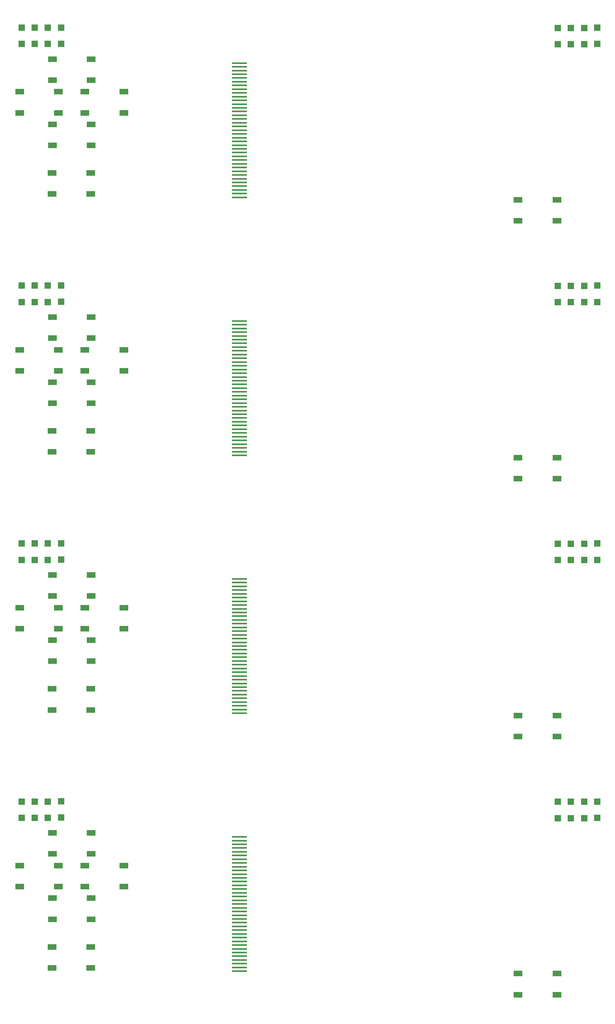
<source format=gbp>
G04*
G04 #@! TF.GenerationSoftware,Altium Limited,Altium Designer,23.1.1 (15)*
G04*
G04 Layer_Color=128*
%FSLAX25Y25*%
%MOIN*%
G70*
G04*
G04 #@! TF.SameCoordinates,62433247-A29E-43A8-B4B8-56B850690A23*
G04*
G04*
G04 #@! TF.FilePolarity,Positive*
G04*
G01*
G75*
%ADD151R,0.13099X0.01288*%
%ADD152R,0.05282X0.05282*%
G04:AMPARAMS|DCode=153|XSize=44.65mil|YSize=72.21mil|CornerRadius=0mil|HoleSize=0mil|Usage=FLASHONLY|Rotation=270.000|XOffset=0mil|YOffset=0mil|HoleType=Round|Shape=RoundedRectangle|*
%AMROUNDEDRECTD153*
21,1,0.04465,0.07221,0,0,270.0*
21,1,0.04465,0.07221,0,0,270.0*
1,1,0.00000,-0.03610,-0.02232*
1,1,0.00000,-0.03610,0.02232*
1,1,0.00000,0.03610,0.02232*
1,1,0.00000,0.03610,-0.02232*
%
%ADD153ROUNDEDRECTD153*%
D151*
X216622Y168595D02*
D03*
Y165446D02*
D03*
Y162296D02*
D03*
Y159146D02*
D03*
Y155996D02*
D03*
Y152847D02*
D03*
Y149697D02*
D03*
Y146548D02*
D03*
Y143398D02*
D03*
Y140248D02*
D03*
Y137099D02*
D03*
Y133949D02*
D03*
Y130800D02*
D03*
Y127650D02*
D03*
Y124500D02*
D03*
Y121351D02*
D03*
Y118201D02*
D03*
Y102453D02*
D03*
Y99304D02*
D03*
Y96154D02*
D03*
Y93004D02*
D03*
Y89855D02*
D03*
Y86705D02*
D03*
Y83556D02*
D03*
Y80406D02*
D03*
Y77257D02*
D03*
Y74107D02*
D03*
Y70957D02*
D03*
Y67808D02*
D03*
Y64658D02*
D03*
Y61508D02*
D03*
Y58359D02*
D03*
Y55209D02*
D03*
Y115052D02*
D03*
Y111902D02*
D03*
Y108752D02*
D03*
Y105603D02*
D03*
Y386312D02*
D03*
Y383162D02*
D03*
Y380013D02*
D03*
Y376862D02*
D03*
Y373713D02*
D03*
Y370563D02*
D03*
Y367414D02*
D03*
Y364265D02*
D03*
Y361114D02*
D03*
Y357965D02*
D03*
Y354815D02*
D03*
Y351666D02*
D03*
Y348516D02*
D03*
Y345367D02*
D03*
Y342216D02*
D03*
Y339067D02*
D03*
Y335918D02*
D03*
Y320170D02*
D03*
Y317021D02*
D03*
Y313870D02*
D03*
Y310721D02*
D03*
Y307571D02*
D03*
Y304422D02*
D03*
Y301272D02*
D03*
Y298123D02*
D03*
Y294973D02*
D03*
Y291823D02*
D03*
Y288673D02*
D03*
Y285524D02*
D03*
Y282375D02*
D03*
Y279224D02*
D03*
Y276075D02*
D03*
Y272926D02*
D03*
Y332769D02*
D03*
Y329618D02*
D03*
Y326469D02*
D03*
Y323319D02*
D03*
Y604028D02*
D03*
Y600879D02*
D03*
Y597729D02*
D03*
Y594579D02*
D03*
Y591429D02*
D03*
Y588280D02*
D03*
Y585130D02*
D03*
Y581981D02*
D03*
Y578831D02*
D03*
Y575681D02*
D03*
Y572532D02*
D03*
Y569382D02*
D03*
Y566233D02*
D03*
Y563084D02*
D03*
Y559933D02*
D03*
Y556784D02*
D03*
Y553634D02*
D03*
Y537886D02*
D03*
Y534737D02*
D03*
Y531587D02*
D03*
Y528437D02*
D03*
Y525288D02*
D03*
Y522138D02*
D03*
Y518989D02*
D03*
Y515839D02*
D03*
Y512690D02*
D03*
Y509540D02*
D03*
Y506390D02*
D03*
Y503241D02*
D03*
Y500091D02*
D03*
Y496941D02*
D03*
Y493792D02*
D03*
Y490642D02*
D03*
Y550485D02*
D03*
Y547335D02*
D03*
Y544185D02*
D03*
Y541036D02*
D03*
Y821745D02*
D03*
Y818595D02*
D03*
Y815446D02*
D03*
Y812295D02*
D03*
Y809146D02*
D03*
Y805996D02*
D03*
Y802847D02*
D03*
Y799698D02*
D03*
Y796547D02*
D03*
Y793398D02*
D03*
Y790248D02*
D03*
Y787099D02*
D03*
Y783950D02*
D03*
Y780800D02*
D03*
Y777650D02*
D03*
Y774500D02*
D03*
Y771351D02*
D03*
Y755603D02*
D03*
Y752454D02*
D03*
Y749303D02*
D03*
Y746154D02*
D03*
Y743004D02*
D03*
Y739855D02*
D03*
Y736705D02*
D03*
Y733556D02*
D03*
Y730407D02*
D03*
Y727256D02*
D03*
Y724107D02*
D03*
Y720957D02*
D03*
Y717808D02*
D03*
Y714658D02*
D03*
Y711508D02*
D03*
Y708359D02*
D03*
Y768202D02*
D03*
Y765051D02*
D03*
Y761902D02*
D03*
Y758752D02*
D03*
D152*
X485609Y184448D02*
D03*
Y198228D02*
D03*
X519006Y184645D02*
D03*
Y198425D02*
D03*
X507874Y184448D02*
D03*
Y198228D02*
D03*
X496741Y184448D02*
D03*
Y198228D02*
D03*
X65967Y184842D02*
D03*
Y198622D02*
D03*
X54835Y184645D02*
D03*
Y198425D02*
D03*
X43702Y184645D02*
D03*
Y198425D02*
D03*
X32570Y184645D02*
D03*
Y198425D02*
D03*
X485609Y402165D02*
D03*
Y415944D02*
D03*
X519006Y402362D02*
D03*
Y416141D02*
D03*
X507874Y402165D02*
D03*
Y415944D02*
D03*
X496741Y402165D02*
D03*
Y415944D02*
D03*
X65967Y402559D02*
D03*
Y416338D02*
D03*
X54835Y402362D02*
D03*
Y416141D02*
D03*
X43702Y402362D02*
D03*
Y416141D02*
D03*
X32570Y402362D02*
D03*
Y416141D02*
D03*
X485609Y619881D02*
D03*
Y633661D02*
D03*
X519006Y620078D02*
D03*
Y633858D02*
D03*
X507874Y619881D02*
D03*
Y633661D02*
D03*
X496741Y619881D02*
D03*
Y633661D02*
D03*
X65967Y620275D02*
D03*
Y634055D02*
D03*
X54835Y620078D02*
D03*
Y633858D02*
D03*
X43702Y620078D02*
D03*
Y633858D02*
D03*
X32570Y620078D02*
D03*
Y633858D02*
D03*
X485609Y837598D02*
D03*
Y851377D02*
D03*
X519006Y837795D02*
D03*
Y851574D02*
D03*
X507874Y837598D02*
D03*
Y851377D02*
D03*
X496741Y837598D02*
D03*
Y851377D02*
D03*
X65967Y837992D02*
D03*
Y851771D02*
D03*
X54835Y837795D02*
D03*
Y851574D02*
D03*
X43702Y837795D02*
D03*
Y851574D02*
D03*
X32570Y837795D02*
D03*
Y851574D02*
D03*
D153*
X91142Y75787D02*
D03*
X58268D02*
D03*
Y58071D02*
D03*
X91142D02*
D03*
X484857Y35455D02*
D03*
X451983D02*
D03*
Y53171D02*
D03*
X484857D02*
D03*
X118965Y144360D02*
D03*
X86090D02*
D03*
Y126643D02*
D03*
X118965D02*
D03*
X91405Y116801D02*
D03*
X58531D02*
D03*
Y99084D02*
D03*
X91405D02*
D03*
Y171919D02*
D03*
X58531D02*
D03*
Y154202D02*
D03*
X91405D02*
D03*
X63846Y144360D02*
D03*
X30972D02*
D03*
Y126643D02*
D03*
X63846D02*
D03*
X91142Y293504D02*
D03*
X58268D02*
D03*
Y275787D02*
D03*
X91142D02*
D03*
X484857Y253171D02*
D03*
X451983D02*
D03*
Y270888D02*
D03*
X484857D02*
D03*
X118965Y362076D02*
D03*
X86090D02*
D03*
Y344360D02*
D03*
X118965D02*
D03*
X91405Y334517D02*
D03*
X58531D02*
D03*
Y316801D02*
D03*
X91405D02*
D03*
Y389635D02*
D03*
X58531D02*
D03*
Y371919D02*
D03*
X91405D02*
D03*
X63846Y362076D02*
D03*
X30972D02*
D03*
Y344360D02*
D03*
X63846D02*
D03*
X91142Y511220D02*
D03*
X58268D02*
D03*
Y493504D02*
D03*
X91142D02*
D03*
X484857Y470888D02*
D03*
X451983D02*
D03*
Y488604D02*
D03*
X484857D02*
D03*
X118965Y579793D02*
D03*
X86090D02*
D03*
Y562076D02*
D03*
X118965D02*
D03*
X91405Y552234D02*
D03*
X58531D02*
D03*
Y534517D02*
D03*
X91405D02*
D03*
Y607352D02*
D03*
X58531D02*
D03*
Y589635D02*
D03*
X91405D02*
D03*
X63846Y579793D02*
D03*
X30972D02*
D03*
Y562076D02*
D03*
X63846D02*
D03*
X91142Y728937D02*
D03*
X58268D02*
D03*
Y711220D02*
D03*
X91142D02*
D03*
X484857Y688604D02*
D03*
X451983D02*
D03*
Y706321D02*
D03*
X484857D02*
D03*
X118965Y797509D02*
D03*
X86090D02*
D03*
Y779793D02*
D03*
X118965D02*
D03*
X91405Y769950D02*
D03*
X58531D02*
D03*
Y752234D02*
D03*
X91405D02*
D03*
Y825068D02*
D03*
X58531D02*
D03*
Y807352D02*
D03*
X91405D02*
D03*
X63846Y797509D02*
D03*
X30972D02*
D03*
Y779793D02*
D03*
X63846D02*
D03*
M02*

</source>
